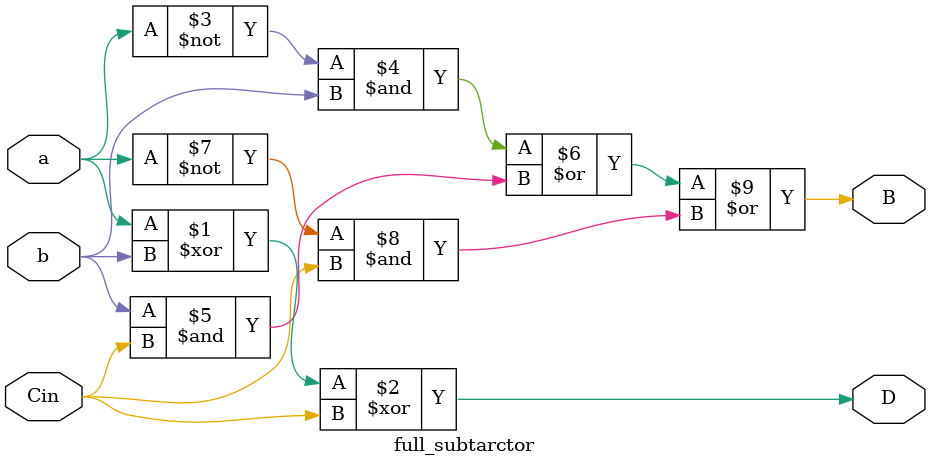
<source format=v>
module full_subtarctor(a,b,Cin,B,D);
    input a,b,Cin;
    output B,D;
    assign D=a^b^Cin;
    assign B=(~a&b)|(b&Cin)|(~a&Cin);
endmodule

</source>
